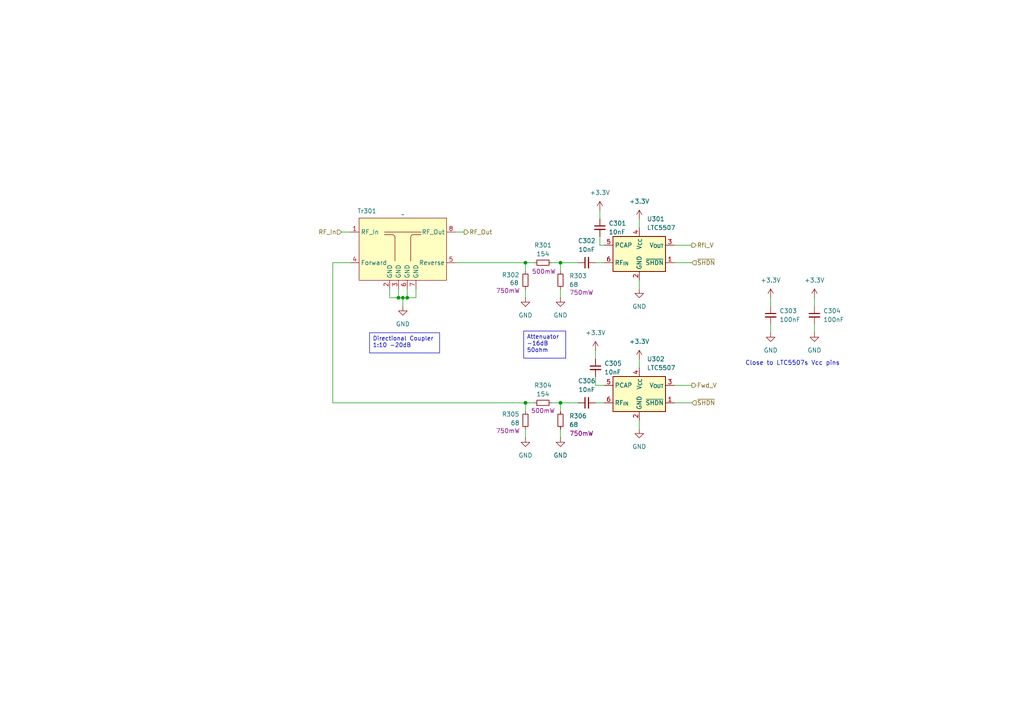
<source format=kicad_sch>
(kicad_sch (version 20231120) (generator "eeschema") (generator_version "8.0")
  (paper "A4")
  (title_block (title "SWR Meter") (date "2024-04-14") (rev "A0") (company "TiZed"))
  (lib_symbols
    (symbol "Device:C_Small" (pin_numbers hide) (pin_names (offset 0.254) hide)
      (property "Reference" "C" (at 0.254 1.778 0))
      (property "Value" "C_Small" (at 0.254 -2.032 0))
      (symbol "C_Small_0_1"
        (polyline (pts (xy -1.524 -0.508) (xy 1.524 -0.508)) (stroke (width 0.3302)))
        (polyline (pts (xy -1.524 0.508) (xy 1.524 0.508)) (stroke (width 0.3048)))
      )
      (symbol "C_Small_1_1"
        (pin passive line (at 0 2.54 270) (length 2.032) (name "~") (number "1"))
        (pin passive line (at 0 -2.54 90) (length 2.032) (name "~") (number "2"))
      )
    )
    (symbol "Device:R_Small" (pin_numbers hide) (pin_names (offset 0.254) hide)
      (property "Reference" "R" (at 0.762 0.508 0))
      (property "Value" "R_Small" (at 0.762 -1.016 0))
      (symbol "R_Small_0_1"
        (rectangle (start -0.762 1.778) (end 0.762 -1.778) (stroke (width 0.2032)))
      )
      (symbol "R_Small_1_1"
        (pin passive line (at 0 2.54 270) (length 0.762) (name "~") (number "1"))
        (pin passive line (at 0 -2.54 90) (length 0.762) (name "~") (number "2"))
      )
    )
    (symbol "RF:LTC5507"
      (property "Reference" "U" (at -6.858 6.35 0))
      (property "Value" "LTC5507" (at 4.826 6.35 0))
      (symbol "LTC5507_1_1"
        (rectangle (start -7.62 5.08) (end 7.62 -5.08) (stroke (width 0.254)) (fill (type background)))
        (pin input line (at 10.16 -2.54 180) (length 2.54) (name "~{SHDN}") (number "1"))
        (pin power_in line (at 0 -7.62 90) (length 2.54) (name "GND") (number "2"))
        (pin output line (at 10.16 2.54 180) (length 2.54) (name "V_{OUT}") (number "3"))
        (pin power_in line (at 0 7.62 270) (length 2.54) (name "V_{CC}") (number "4"))
        (pin passive line (at -10.16 2.54 0) (length 2.54) (name "PCAP") (number "5"))
        (pin input line (at -10.16 -2.54 0) (length 2.54) (name "RF_{IN}") (number "6"))
      )
    )
    (symbol "ZFTuner_Lib:Directional_Coupler"
      (property "Reference" "Tr" (at -11.684 9.398 0))
      (property "Value" "Directional_Coupler" (at 9.906 9.398 0))
      (symbol "Directional_Coupler_0_0"
        (pin input line (at -15.24 3.81 0) (length 2.54) (name "RF_In") (number "1"))
        (pin power_in line (at -3.81 -12.7 90) (length 2.54) (name "GND") (number "2"))
        (pin power_in line (at -1.27 -12.7 90) (length 2.54) (name "GND") (number "3"))
        (pin output line (at -15.24 -5.08 0) (length 2.54) (name "Forward") (number "4"))
        (pin output line (at 15.24 -5.08 180) (length 2.54) (name "Reverse") (number "5"))
        (pin power_in line (at 1.27 -12.7 90) (length 2.54) (name "GND") (number "6"))
        (pin power_in line (at 3.81 -12.7 90) (length 2.54) (name "GND") (number "7"))
        (pin output line (at 15.24 3.81 180) (length 2.54) (name "RF_Out") (number "8"))
      )
      (symbol "Directional_Coupler_0_1"
        (arc (start -2.286 2.286) (mid -2.5093 2.8247) (end -3.048 3.048))
        (polyline (pts (xy -6.35 3.556) (xy -6.35 3.556)))
        (polyline (pts (xy -5.334 3.048) (xy -3.048 3.048)))
        (polyline (pts (xy -5.334 3.81) (xy 5.334 3.81)))
        (polyline (pts (xy -2.286 2.286) (xy -2.286 -4.572)))
        (polyline (pts (xy 2.286 2.286) (xy 2.286 -4.572)))
        (polyline (pts (xy 3.048 3.048) (xy 5.334 3.048)))
        (arc (start 3.0477 3.0483) (mid 2.509 2.825) (end 2.2857 2.2863))
      )
      (symbol "Directional_Coupler_1_1"
        (rectangle (start -12.7 7.874) (end 12.7 -10.16) (fill (type background)))
      )
    )
    (symbol "power:+3.3V" (power) (pin_numbers hide) (pin_names (offset 0) hide)
      (property "Value" "+3.3V" (at 0 3.556 0))
      (symbol "+3.3V_0_1"
        (polyline (pts (xy -0.762 1.27) (xy 0 2.54)))
        (polyline (pts (xy 0 0) (xy 0 2.54)))
        (polyline (pts (xy 0 2.54) (xy 0.762 1.27)))
      )
      (symbol "+3.3V_1_1"
        (pin power_in line (at 0 0 90) (length 0) (name "~") (number "1"))
      )
    )
    (symbol "power:GND" (power) (pin_numbers hide) (pin_names (offset 0) hide)
      (property "Value" "GND" (at 0 -3.81 0))
      (symbol "GND_0_1"
        (polyline (pts (xy 0 0) (xy 0 -1.27) (xy 1.27 -1.27) (xy 0 -2.54) (xy -1.27 -1.27) (xy 0 -1.27)))
      )
      (symbol "GND_1_1"
        (pin power_in line (at 0 0 270) (length 0) (name "~") (number "1"))
      )
    )
  )
  (junction (at 116.84 86.36))
  (junction (at 152.4 116.84))
  (junction (at 152.4 76.2))
  (junction (at 118.11 86.36))
  (junction (at 115.57 86.36))
  (junction (at 162.56 76.2))
  (junction (at 162.56 116.84))
  (wire (pts (xy 162.56 124.46) (xy 162.56 127)))
  (wire (pts (xy 120.65 86.36) (xy 120.65 83.82)))
  (wire (pts (xy 99.06 67.31) (xy 101.6 67.31)))
  (wire (pts (xy 96.52 76.2) (xy 96.52 116.84)))
  (wire (pts (xy 223.52 93.98) (xy 223.52 96.52)))
  (wire (pts (xy 175.26 111.76) (xy 172.72 111.76)))
  (wire (pts (xy 223.52 86.36) (xy 223.52 88.9)))
  (wire (pts (xy 195.58 71.12) (xy 200.66 71.12)))
  (wire (pts (xy 172.72 111.76) (xy 172.72 109.22)))
  (wire (pts (xy 162.56 116.84) (xy 162.56 119.38)))
  (wire (pts (xy 115.57 83.82) (xy 115.57 86.36)))
  (wire (pts (xy 162.56 76.2) (xy 167.64 76.2)))
  (wire (pts (xy 116.84 86.36) (xy 115.57 86.36)))
  (wire (pts (xy 162.56 83.82) (xy 162.56 86.36)))
  (wire (pts (xy 116.84 86.36) (xy 118.11 86.36)))
  (wire (pts (xy 118.11 86.36) (xy 120.65 86.36)))
  (wire (pts (xy 172.72 76.2) (xy 175.26 76.2)))
  (wire (pts (xy 152.4 124.46) (xy 152.4 127)))
  (wire (pts (xy 115.57 86.36) (xy 113.03 86.36)))
  (wire (pts (xy 195.58 116.84) (xy 200.66 116.84)))
  (wire (pts (xy 172.72 101.6) (xy 172.72 104.14)))
  (wire (pts (xy 152.4 78.74) (xy 152.4 76.2)))
  (wire (pts (xy 195.58 76.2) (xy 200.66 76.2)))
  (wire (pts (xy 236.22 86.36) (xy 236.22 88.9)))
  (wire (pts (xy 185.42 121.92) (xy 185.42 124.46)))
  (wire (pts (xy 113.03 86.36) (xy 113.03 83.82)))
  (wire (pts (xy 152.4 83.82) (xy 152.4 86.36)))
  (wire (pts (xy 173.99 71.12) (xy 173.99 68.58)))
  (wire (pts (xy 152.4 119.38) (xy 152.4 116.84)))
  (wire (pts (xy 173.99 60.96) (xy 173.99 63.5)))
  (wire (pts (xy 116.84 88.9) (xy 116.84 86.36)))
  (wire (pts (xy 162.56 116.84) (xy 167.64 116.84)))
  (wire (pts (xy 152.4 116.84) (xy 154.94 116.84)))
  (wire (pts (xy 185.42 81.28) (xy 185.42 83.82)))
  (wire (pts (xy 160.02 76.2) (xy 162.56 76.2)))
  (wire (pts (xy 172.72 116.84) (xy 175.26 116.84)))
  (wire (pts (xy 175.26 71.12) (xy 173.99 71.12)))
  (wire (pts (xy 101.6 76.2) (xy 96.52 76.2)))
  (wire (pts (xy 185.42 63.5) (xy 185.42 66.04)))
  (wire (pts (xy 132.08 67.31) (xy 134.62 67.31)))
  (wire (pts (xy 185.42 104.14) (xy 185.42 106.68)))
  (wire (pts (xy 118.11 83.82) (xy 118.11 86.36)))
  (wire (pts (xy 96.52 116.84) (xy 152.4 116.84)))
  (wire (pts (xy 195.58 111.76) (xy 200.66 111.76)))
  (wire (pts (xy 162.56 76.2) (xy 162.56 78.74)))
  (wire (pts (xy 236.22 93.98) (xy 236.22 96.52)))
  (wire (pts (xy 160.02 116.84) (xy 162.56 116.84)))
  (wire (pts (xy 132.08 76.2) (xy 152.4 76.2)))
  (wire (pts (xy 152.4 76.2) (xy 154.94 76.2)))
  (text_box "Attenuator -16dB 50ohm" (at 151.892 96.012 0) (size 12.192 7.874) (effects (font (size 1.2 1.2)) (justify left top)))
  (text_box "Directional Coupler \n1:10 -20dB " (at 107.188 96.52 0) (size 20.32 5.842) (effects (font (size 1.2 1.2)) (justify left top)))
  (text "Close to LTC5507s Vcc pins" (at 229.87 105.41 0) (effects (font (size 1.27 1.27))))
  (hierarchical_label "~{SHDN}" (shape input) (at 200.66 116.84 0))
  (hierarchical_label "Fwd_V" (shape output) (at 200.66 111.76 0))
  (hierarchical_label "~{SHDN}" (shape input) (at 200.66 76.2 0))
  (hierarchical_label "RF_Out" (shape output) (at 134.62 67.31 0))
  (hierarchical_label "Rfl_V" (shape output) (at 200.66 71.12 0))
  (hierarchical_label "RF_In" (shape input) (at 99.06 67.31 180))
  (symbol (lib_id "power:GND") (at 152.4 127 0) (unit 1)
    (property "Reference" "#PWR0314" (effects (hide yes)))
    (property "Value" "GND" (at 152.4 132.08 0))
    (property "Description" "Power symbol creates a global label with name \"GND\" , ground" (effects (hide yes)))
  )
  (symbol (lib_id "Device:C_Small") (at 236.22 91.44 0) (unit 1)
    (property "Reference" "C304" (at 238.76 90.1762 0) (effects (justify left)))
    (property "Value" "100nF" (at 238.76 92.7162 0) (effects (justify left)))
    (property "Footprint" "Capacitor_SMD:C_0603_1608Metric" (effects (hide yes)))
    (property "Description" "Unpolarized capacitor, small symbol" (effects (hide yes)))
  )
  (symbol (lib_id "power:+3.3V") (at 172.72 101.6 0) (unit 1)
    (property "Reference" "#PWR0311" (effects (hide yes)))
    (property "Value" "+3.3V" (at 172.72 96.52 0))
    (property "Description" "Power symbol creates a global label with name \"+3.3V\"" (effects (hide yes)))
  )
  (symbol (lib_id "Device:R_Small") (at 162.56 81.28 0) (unit 1)
    (property "Reference" "R303" (at 165.1 80.0099 0) (effects (justify left)))
    (property "Value" "68" (at 165.1 82.5499 0) (effects (justify left)))
    (property "Footprint" "Resistor_SMD:R_2010_5025Metric" (effects (hide yes)))
    (property "Description" "Resistor, small symbol" (effects (hide yes)))
    (property "Power" "750mW" (at 168.656 84.836 0))
  )
  (symbol (lib_id "Device:R_Small") (at 157.48 76.2 90) (unit 1)
    (property "Reference" "R301" (at 157.48 71.12 90))
    (property "Value" "154" (at 157.48 73.66 90))
    (property "Footprint" "Resistor_SMD:R_1210_3225Metric" (effects (hide yes)))
    (property "Description" "Resistor, small symbol" (effects (hide yes)))
    (property "Power" "500mW" (at 157.734 78.74 90))
  )
  (symbol (lib_id "power:+3.3V") (at 173.99 60.96 0) (unit 1)
    (property "Reference" "#PWR0301" (effects (hide yes)))
    (property "Value" "+3.3V" (at 173.99 55.88 0))
    (property "Description" "Power symbol creates a global label with name \"+3.3V\"" (effects (hide yes)))
  )
  (symbol (lib_id "power:GND") (at 162.56 86.36 0) (unit 1)
    (property "Reference" "#PWR0305" (effects (hide yes)))
    (property "Value" "GND" (at 162.56 91.44 0))
    (property "Description" "Power symbol creates a global label with name \"GND\" , ground" (effects (hide yes)))
  )
  (symbol (lib_id "power:GND") (at 236.22 96.52 0) (unit 1)
    (property "Reference" "#PWR0310" (effects (hide yes)))
    (property "Value" "GND" (at 236.22 101.6 0))
    (property "Description" "Power symbol creates a global label with name \"GND\" , ground" (effects (hide yes)))
  )
  (symbol (lib_id "power:GND") (at 162.56 127 0) (unit 1)
    (property "Reference" "#PWR0315" (effects (hide yes)))
    (property "Value" "GND" (at 162.56 132.08 0))
    (property "Description" "Power symbol creates a global label with name \"GND\" , ground" (effects (hide yes)))
  )
  (symbol (lib_id "Device:R_Small") (at 162.56 121.92 0) (unit 1)
    (property "Reference" "R306" (at 165.1 120.6499 0) (effects (justify left)))
    (property "Value" "68" (at 165.1 123.1899 0) (effects (justify left)))
    (property "Footprint" "Resistor_SMD:R_2010_5025Metric" (effects (hide yes)))
    (property "Description" "Resistor, small symbol" (effects (hide yes)))
    (property "Power" "750mW" (at 168.656 125.73 0))
  )
  (symbol (lib_id "power:+3.3V") (at 185.42 63.5 0) (unit 1)
    (property "Reference" "#PWR0302" (effects (hide yes)))
    (property "Value" "+3.3V" (at 185.42 58.42 0))
    (property "Description" "Power symbol creates a global label with name \"+3.3V\"" (effects (hide yes)))
  )
  (symbol (lib_id "ZFTuner_Lib:Directional_Coupler") (at 116.84 71.12 0) (unit 1)
    (property "Reference" "Tr301" (at 106.426 61.214 0))
    (property "Value" "~" (at 116.84 62.23 0))
    (property "Footprint" "ZFTuner_Lib:Direction_Coupler" (effects (hide yes)))
    (property "Description" "Symbol for Directional_Coupler embbeded in this project" (effects (hide yes)))
  )
  (symbol (lib_id "power:+3.3V") (at 185.42 104.14 0) (unit 1)
    (property "Reference" "#PWR0312" (effects (hide yes)))
    (property "Value" "+3.3V" (at 185.42 99.06 0))
    (property "Description" "Power symbol creates a global label with name \"+3.3V\"" (effects (hide yes)))
  )
  (symbol (lib_id "power:GND") (at 152.4 86.36 0) (unit 1)
    (property "Reference" "#PWR0304" (effects (hide yes)))
    (property "Value" "GND" (at 152.4 91.44 0))
    (property "Description" "Power symbol creates a global label with name \"GND\" , ground" (effects (hide yes)))
  )
  (symbol (lib_id "Device:C_Small") (at 170.18 76.2 90) (unit 1)
    (property "Reference" "C302" (at 170.1863 69.85 90))
    (property "Value" "10nF" (at 170.1863 72.39 90))
    (property "Footprint" "Capacitor_SMD:C_0603_1608Metric" (effects (hide yes)))
    (property "Description" "Unpolarized capacitor, small symbol" (effects (hide yes)))
  )
  (symbol (lib_id "power:GND") (at 185.42 83.82 0) (unit 1)
    (property "Reference" "#PWR0303" (effects (hide yes)))
    (property "Value" "GND" (at 185.42 88.9 0))
    (property "Description" "Power symbol creates a global label with name \"GND\" , ground" (effects (hide yes)))
  )
  (symbol (lib_id "Device:R_Small") (at 157.48 116.84 90) (unit 1)
    (property "Reference" "R304" (at 157.48 111.76 90))
    (property "Value" "154" (at 157.48 114.3 90))
    (property "Footprint" "Resistor_SMD:R_1210_3225Metric" (effects (hide yes)))
    (property "Description" "Resistor, small symbol" (effects (hide yes)))
    (property "Power" "500mW" (at 157.48 119.126 90))
  )
  (symbol (lib_id "power:GND") (at 185.42 124.46 0) (unit 1)
    (property "Reference" "#PWR0313" (effects (hide yes)))
    (property "Value" "GND" (at 185.42 129.54 0))
    (property "Description" "Power symbol creates a global label with name \"GND\" , ground" (effects (hide yes)))
  )
  (symbol (lib_id "Device:C_Small") (at 172.72 106.68 0) (unit 1)
    (property "Reference" "C305" (at 175.26 105.4162 0) (effects (justify left)))
    (property "Value" "10nF" (at 175.26 107.9562 0) (effects (justify left)))
    (property "Footprint" "Capacitor_SMD:C_0603_1608Metric" (effects (hide yes)))
    (property "Description" "Unpolarized capacitor, small symbol" (effects (hide yes)))
  )
  (symbol (lib_id "RF:LTC5507") (at 185.42 73.66 0) (unit 1)
    (property "Reference" "U301" (at 187.6141 63.5 0) (effects (justify left)))
    (property "Value" "LTC5507" (at 187.6141 66.04 0) (effects (justify left)))
    (property "Footprint" "Package_TO_SOT_SMD:TSOT-23-6" (effects (hide yes)))
    (property "Datasheet" "https://www.analog.com/media/en/technical-documentation/data-sheets/5507f.pdf" (effects (hide yes)))
    (property "Description" "100kHz to 1GHz RF Power Detector" (effects (hide yes)))
  )
  (symbol (lib_id "power:+3.3V") (at 223.52 86.36 0) (unit 1)
    (property "Reference" "#PWR0306" (effects (hide yes)))
    (property "Value" "+3.3V" (at 223.52 81.28 0))
    (property "Description" "Power symbol creates a global label with name \"+3.3V\"" (effects (hide yes)))
  )
  (symbol (lib_id "RF:LTC5507") (at 185.42 114.3 0) (unit 1)
    (property "Reference" "U302" (at 187.6141 104.14 0) (effects (justify left)))
    (property "Value" "LTC5507" (at 187.6141 106.68 0) (effects (justify left)))
    (property "Footprint" "Package_TO_SOT_SMD:TSOT-23-6" (effects (hide yes)))
    (property "Datasheet" "https://www.analog.com/media/en/technical-documentation/data-sheets/5507f.pdf" (effects (hide yes)))
    (property "Description" "100kHz to 1GHz RF Power Detector" (effects (hide yes)))
  )
  (symbol (lib_id "Device:C_Small") (at 170.18 116.84 90) (unit 1)
    (property "Reference" "C306" (at 170.1863 110.49 90))
    (property "Value" "10nF" (at 170.1863 113.03 90))
    (property "Footprint" "Capacitor_SMD:C_0603_1608Metric" (effects (hide yes)))
    (property "Description" "Unpolarized capacitor, small symbol" (effects (hide yes)))
  )
  (symbol (lib_id "power:GND") (at 116.84 88.9 0) (unit 1)
    (property "Reference" "#PWR0308" (effects (hide yes)))
    (property "Value" "GND" (at 116.84 93.98 0))
    (property "Description" "Power symbol creates a global label with name \"GND\" , ground" (effects (hide yes)))
  )
  (symbol (lib_id "Device:C_Small") (at 223.52 91.44 0) (unit 1)
    (property "Reference" "C303" (at 226.06 90.1762 0) (effects (justify left)))
    (property "Value" "100nF" (at 226.06 92.7162 0) (effects (justify left)))
    (property "Footprint" "Capacitor_SMD:C_0603_1608Metric" (effects (hide yes)))
    (property "Description" "Unpolarized capacitor, small symbol" (effects (hide yes)))
  )
  (symbol (lib_id "power:+3.3V") (at 236.22 86.36 0) (unit 1)
    (property "Reference" "#PWR0307" (effects (hide yes)))
    (property "Value" "+3.3V" (at 236.22 81.28 0))
    (property "Description" "Power symbol creates a global label with name \"+3.3V\"" (effects (hide yes)))
  )
  (symbol (lib_id "Device:R_Small") (at 152.4 81.28 180) (unit 1)
    (property "Reference" "R302" (at 145.542 79.756 0) (effects (justify right)))
    (property "Value" "68" (at 147.828 82.042 0) (effects (justify right)))
    (property "Footprint" "Resistor_SMD:R_2010_5025Metric" (effects (hide yes)))
    (property "Description" "Resistor, small symbol" (effects (hide yes)))
    (property "Power" "750mW" (at 147.32 84.328 0))
  )
  (symbol (lib_id "Device:C_Small") (at 173.99 66.04 0) (unit 1)
    (property "Reference" "C301" (at 176.53 64.7762 0) (effects (justify left)))
    (property "Value" "10nF" (at 176.53 67.3162 0) (effects (justify left)))
    (property "Footprint" "Capacitor_SMD:C_0603_1608Metric" (effects (hide yes)))
    (property "Description" "Unpolarized capacitor, small symbol" (effects (hide yes)))
  )
  (symbol (lib_id "power:GND") (at 223.52 96.52 0) (unit 1)
    (property "Reference" "#PWR0309" (effects (hide yes)))
    (property "Value" "GND" (at 223.52 101.6 0))
    (property "Description" "Power symbol creates a global label with name \"GND\" , ground" (effects (hide yes)))
  )
  (symbol (lib_id "Device:R_Small") (at 152.4 121.92 180) (unit 1)
    (property "Reference" "R305" (at 145.542 120.142 0) (effects (justify right)))
    (property "Value" "68" (at 148.082 122.682 0) (effects (justify right)))
    (property "Footprint" "Resistor_SMD:R_2010_5025Metric" (effects (hide yes)))
    (property "Description" "Resistor, small symbol" (effects (hide yes)))
    (property "Power" "750mW" (at 147.32 124.968 0))
  )
)
</source>
